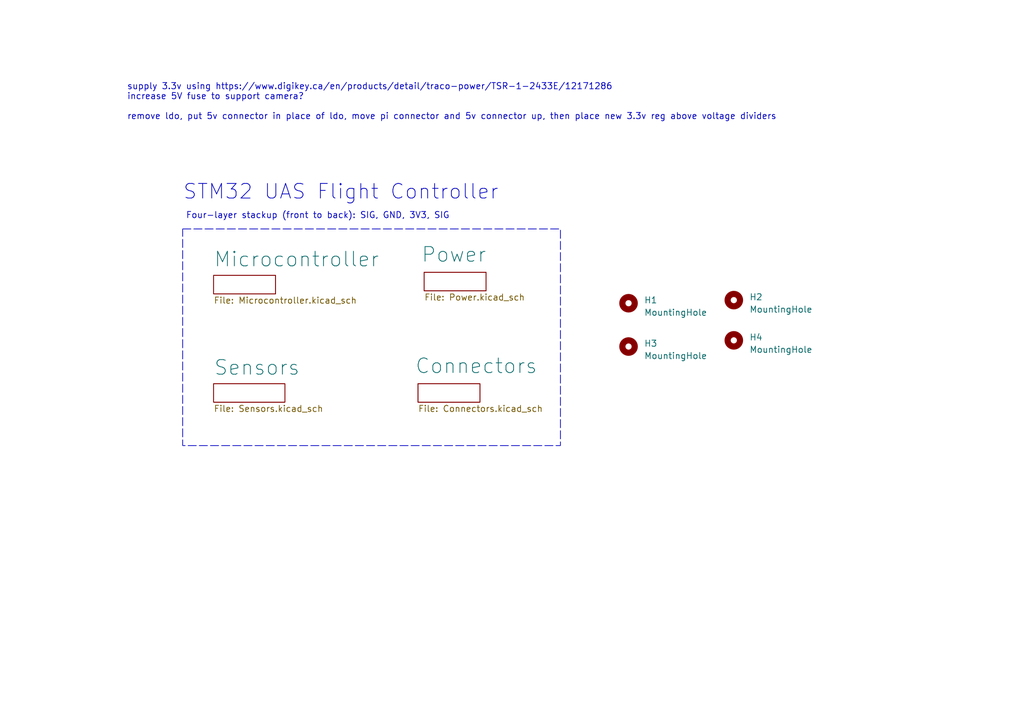
<source format=kicad_sch>
(kicad_sch (version 20230121) (generator eeschema)

  (uuid 619b7a98-ea9e-4ba1-a6ac-2aefa32bb41a)

  (paper "A5")

  (lib_symbols
    (symbol "Mechanical:MountingHole" (pin_names (offset 1.016)) (in_bom yes) (on_board yes)
      (property "Reference" "H" (at 0 5.08 0)
        (effects (font (size 1.27 1.27)))
      )
      (property "Value" "MountingHole" (at 0 3.175 0)
        (effects (font (size 1.27 1.27)))
      )
      (property "Footprint" "" (at 0 0 0)
        (effects (font (size 1.27 1.27)) hide)
      )
      (property "Datasheet" "~" (at 0 0 0)
        (effects (font (size 1.27 1.27)) hide)
      )
      (property "ki_keywords" "mounting hole" (at 0 0 0)
        (effects (font (size 1.27 1.27)) hide)
      )
      (property "ki_description" "Mounting Hole without connection" (at 0 0 0)
        (effects (font (size 1.27 1.27)) hide)
      )
      (property "ki_fp_filters" "MountingHole*" (at 0 0 0)
        (effects (font (size 1.27 1.27)) hide)
      )
      (symbol "MountingHole_0_1"
        (circle (center 0 0) (radius 1.27)
          (stroke (width 1.27) (type default))
          (fill (type none))
        )
      )
    )
  )


  (rectangle (start 37.465 46.99) (end 114.935 91.44)
    (stroke (width 0) (type dash))
    (fill (type none))
    (uuid 2406e4fa-bf88-4950-a756-96a401b72c73)
  )

  (text "supply 3.3v using https://www.digikey.ca/en/products/detail/traco-power/TSR-1-2433E/12171286\nincrease 5V fuse to support camera?\n\nremove ldo, put 5v connector in place of ldo, move pi connector and 5v connector up, then place new 3.3v reg above voltage dividers"
    (at 26.035 24.765 0)
    (effects (font (size 1.27 1.27)) (justify left bottom))
    (uuid 6cd7d327-555a-41d2-a2aa-d885dd5d617d)
  )
  (text "Four-layer stackup (front to back): SIG, GND, 3V3, SIG"
    (at 38.1 45.085 0)
    (effects (font (size 1.27 1.27)) (justify left bottom))
    (uuid 8a887091-14ea-4931-b86b-d80f2f4db12e)
  )
  (text "STM32 UAS Flight Controller" (at 37.465 41.275 0)
    (effects (font (size 3 3)) (justify left bottom))
    (uuid d64d2d06-6d96-46b7-92b9-f71907208c2f)
  )

  (symbol (lib_id "Mechanical:MountingHole") (at 128.905 71.12 0) (unit 1)
    (in_bom yes) (on_board yes) (dnp no) (fields_autoplaced)
    (uuid 33832f98-5e34-495f-b106-75203c7c1867)
    (property "Reference" "H3" (at 132.08 70.485 0)
      (effects (font (size 1.27 1.27)) (justify left))
    )
    (property "Value" "MountingHole" (at 132.08 73.025 0)
      (effects (font (size 1.27 1.27)) (justify left))
    )
    (property "Footprint" "MountingHole:MountingHole_2.7mm_M2.5_Pad" (at 128.905 71.12 0)
      (effects (font (size 1.27 1.27)) hide)
    )
    (property "Datasheet" "~" (at 128.905 71.12 0)
      (effects (font (size 1.27 1.27)) hide)
    )
    (instances
      (project "FlightComputer"
        (path "/619b7a98-ea9e-4ba1-a6ac-2aefa32bb41a"
          (reference "H3") (unit 1)
        )
      )
    )
  )

  (symbol (lib_id "Mechanical:MountingHole") (at 150.495 61.595 0) (unit 1)
    (in_bom yes) (on_board yes) (dnp no) (fields_autoplaced)
    (uuid 6a60f873-a4fd-4a7e-9cde-2c6e2e2f3eef)
    (property "Reference" "H2" (at 153.67 60.96 0)
      (effects (font (size 1.27 1.27)) (justify left))
    )
    (property "Value" "MountingHole" (at 153.67 63.5 0)
      (effects (font (size 1.27 1.27)) (justify left))
    )
    (property "Footprint" "MountingHole:MountingHole_2.7mm_M2.5_Pad" (at 150.495 61.595 0)
      (effects (font (size 1.27 1.27)) hide)
    )
    (property "Datasheet" "~" (at 150.495 61.595 0)
      (effects (font (size 1.27 1.27)) hide)
    )
    (instances
      (project "FlightComputer"
        (path "/619b7a98-ea9e-4ba1-a6ac-2aefa32bb41a"
          (reference "H2") (unit 1)
        )
      )
    )
  )

  (symbol (lib_id "Mechanical:MountingHole") (at 128.905 62.23 0) (unit 1)
    (in_bom yes) (on_board yes) (dnp no) (fields_autoplaced)
    (uuid 6e3a3f3a-0b0b-4703-a86b-2e259162d24f)
    (property "Reference" "H1" (at 132.08 61.595 0)
      (effects (font (size 1.27 1.27)) (justify left))
    )
    (property "Value" "MountingHole" (at 132.08 64.135 0)
      (effects (font (size 1.27 1.27)) (justify left))
    )
    (property "Footprint" "MountingHole:MountingHole_2.7mm_M2.5_Pad" (at 128.905 62.23 0)
      (effects (font (size 1.27 1.27)) hide)
    )
    (property "Datasheet" "~" (at 128.905 62.23 0)
      (effects (font (size 1.27 1.27)) hide)
    )
    (instances
      (project "FlightComputer"
        (path "/619b7a98-ea9e-4ba1-a6ac-2aefa32bb41a"
          (reference "H1") (unit 1)
        )
      )
    )
  )

  (symbol (lib_id "Mechanical:MountingHole") (at 150.495 69.85 0) (unit 1)
    (in_bom yes) (on_board yes) (dnp no) (fields_autoplaced)
    (uuid b20b4b68-987c-41e6-8b7d-a1ee17c39950)
    (property "Reference" "H4" (at 153.67 69.215 0)
      (effects (font (size 1.27 1.27)) (justify left))
    )
    (property "Value" "MountingHole" (at 153.67 71.755 0)
      (effects (font (size 1.27 1.27)) (justify left))
    )
    (property "Footprint" "MountingHole:MountingHole_2.7mm_M2.5_Pad" (at 150.495 69.85 0)
      (effects (font (size 1.27 1.27)) hide)
    )
    (property "Datasheet" "~" (at 150.495 69.85 0)
      (effects (font (size 1.27 1.27)) hide)
    )
    (instances
      (project "FlightComputer"
        (path "/619b7a98-ea9e-4ba1-a6ac-2aefa32bb41a"
          (reference "H4") (unit 1)
        )
      )
    )
  )

  (sheet (at 43.815 78.74) (size 14.605 3.81) (fields_autoplaced)
    (stroke (width 0.1524) (type solid))
    (fill (color 0 0 0 0.0000))
    (uuid 14b26996-81b8-4501-80f0-d5b7670415f0)
    (property "Sheetname" "Sensors" (at 43.815 77.1634 0)
      (effects (font (size 3 3)) (justify left bottom))
    )
    (property "Sheetfile" "Sensors.kicad_sch" (at 43.815 83.1346 0)
      (effects (font (size 1.27 1.27)) (justify left top))
    )
    (instances
      (project "FlightComputer"
        (path "/619b7a98-ea9e-4ba1-a6ac-2aefa32bb41a" (page "4"))
      )
    )
  )

  (sheet (at 85.725 78.74) (size 12.7 3.81)
    (stroke (width 0.1524) (type solid))
    (fill (color 0 0 0 0.0000))
    (uuid 234b6c4f-327d-42b9-b59c-801877bb3b05)
    (property "Sheetname" "Connectors" (at 85.09 76.835 0)
      (effects (font (size 3 3)) (justify left bottom))
    )
    (property "Sheetfile" "Connectors.kicad_sch" (at 85.725 83.1346 0)
      (effects (font (size 1.27 1.27)) (justify left top))
    )
    (instances
      (project "FlightComputer"
        (path "/619b7a98-ea9e-4ba1-a6ac-2aefa32bb41a" (page "5"))
      )
    )
  )

  (sheet (at 86.995 55.88) (size 12.7 3.81)
    (stroke (width 0.1524) (type solid))
    (fill (color 0 0 0 0.0000))
    (uuid 860700d0-b412-4191-a92c-98767c85d1ad)
    (property "Sheetname" "Power" (at 86.36 53.975 0)
      (effects (font (size 3 3)) (justify left bottom))
    )
    (property "Sheetfile" "Power.kicad_sch" (at 86.995 60.2746 0)
      (effects (font (size 1.27 1.27)) (justify left top))
    )
    (instances
      (project "FlightComputer"
        (path "/619b7a98-ea9e-4ba1-a6ac-2aefa32bb41a" (page "2"))
      )
    )
  )

  (sheet (at 43.815 56.515) (size 12.7 3.81) (fields_autoplaced)
    (stroke (width 0.1524) (type solid))
    (fill (color 0 0 0 0.0000))
    (uuid ba9d85a1-a354-40b5-8abd-109371bb61fa)
    (property "Sheetname" "Microcontroller" (at 43.815 54.9384 0)
      (effects (font (size 3 3)) (justify left bottom))
    )
    (property "Sheetfile" "Microcontroller.kicad_sch" (at 43.815 60.9096 0)
      (effects (font (size 1.27 1.27)) (justify left top))
    )
    (instances
      (project "FlightComputer"
        (path "/619b7a98-ea9e-4ba1-a6ac-2aefa32bb41a" (page "3"))
      )
    )
  )

  (sheet_instances
    (path "/" (page "1"))
  )
)

</source>
